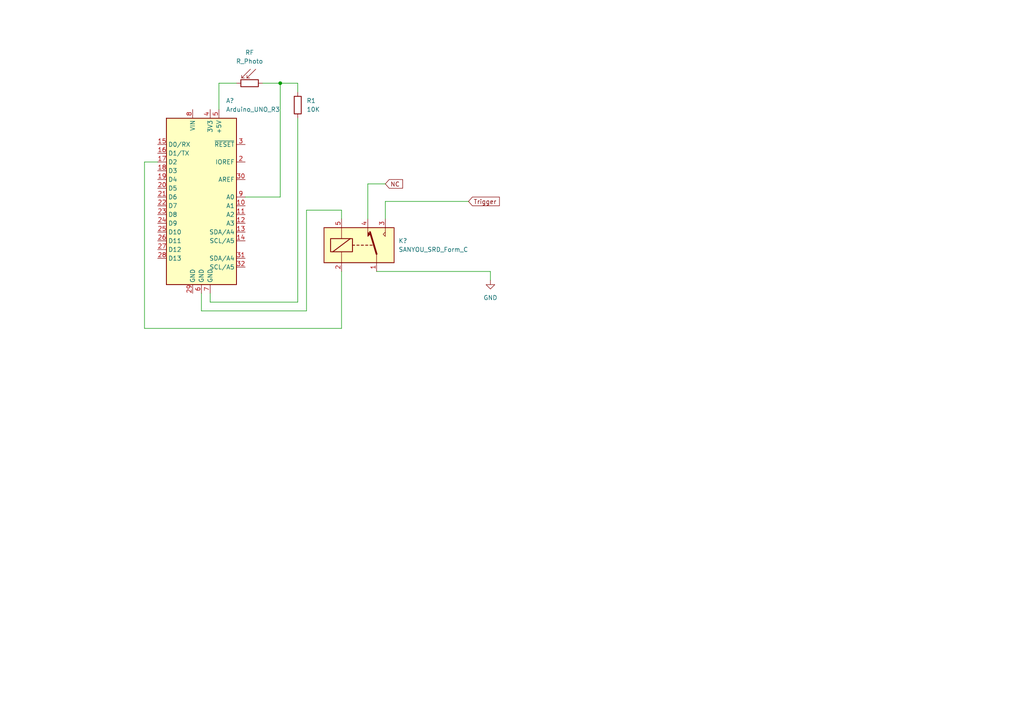
<source format=kicad_sch>
(kicad_sch (version 20211123) (generator eeschema)
  (paper "A4")
  (lib_symbols
    (symbol "Device:R" (pin_numbers hide) (pin_names (offset 0))
      (property "Reference" "R" (at 2.032 0 90))
      (property "Value" "R" (at 0 0 90))
      (symbol "R_0_1"
        (rectangle (start -1.016 -2.54) (end 1.016 2.54) (stroke (width 0.254)))
      )
      (symbol "R_1_1"
        (pin passive line (at 0 3.81 270) (length 1.27) (name "~") (number "1"))
        (pin passive line (at 0 -3.81 90) (length 1.27) (name "~") (number "2"))
      )
    )
    (symbol "Device:R_Photo" (pin_numbers hide) (pin_names (offset 0))
      (property "Reference" "R" (at 1.27 1.27 0))
      (property "Value" "R_Photo" (at 1.27 0 0))
      (symbol "R_Photo_0_1"
        (rectangle (start -1.016 2.54) (end 1.016 -2.54) (stroke (width 0.254)))
        (polyline (pts (xy -1.524 -2.286) (xy -4.064 0.254)))
        (polyline (pts (xy -1.524 -2.286) (xy -2.286 -2.286)))
        (polyline (pts (xy -1.524 -2.286) (xy -1.524 -1.524)))
        (polyline (pts (xy -1.524 -0.762) (xy -4.064 1.778)))
        (polyline (pts (xy -1.524 -0.762) (xy -2.286 -0.762)))
        (polyline (pts (xy -1.524 -0.762) (xy -1.524 0)))
      )
      (symbol "R_Photo_1_1"
        (pin passive line (at 0 3.81 270) (length 1.27) (name "~") (number "1"))
        (pin passive line (at 0 -3.81 90) (length 1.27) (name "~") (number "2"))
      )
    )
    (symbol "MCU_Module:Arduino_UNO_R3"
      (property "Reference" "A" (at -10.16 23.495 0))
      (property "Value" "Arduino_UNO_R3" (at 5.08 -26.67 0))
      (symbol "Arduino_UNO_R3_0_1"
        (rectangle (start -10.16 22.86) (end 10.16 -25.4) (stroke (width 0.254)) (fill (type background)))
      )
      (symbol "Arduino_UNO_R3_1_1"
        (pin no_connect line (at -10.16 -20.32 0) (length 2.54) hide (name "NC") (number "1"))
        (pin bidirectional line (at 12.7 -2.54 180) (length 2.54) (name "A1") (number "10"))
        (pin bidirectional line (at 12.7 -5.08 180) (length 2.54) (name "A2") (number "11"))
        (pin bidirectional line (at 12.7 -7.62 180) (length 2.54) (name "A3") (number "12"))
        (pin bidirectional line (at 12.7 -10.16 180) (length 2.54) (name "SDA/A4") (number "13"))
        (pin bidirectional line (at 12.7 -12.7 180) (length 2.54) (name "SCL/A5") (number "14"))
        (pin bidirectional line (at -12.7 15.24 0) (length 2.54) (name "D0/RX") (number "15"))
        (pin bidirectional line (at -12.7 12.7 0) (length 2.54) (name "D1/TX") (number "16"))
        (pin bidirectional line (at -12.7 10.16 0) (length 2.54) (name "D2") (number "17"))
        (pin bidirectional line (at -12.7 7.62 0) (length 2.54) (name "D3") (number "18"))
        (pin bidirectional line (at -12.7 5.08 0) (length 2.54) (name "D4") (number "19"))
        (pin output line (at 12.7 10.16 180) (length 2.54) (name "IOREF") (number "2"))
        (pin bidirectional line (at -12.7 2.54 0) (length 2.54) (name "D5") (number "20"))
        (pin bidirectional line (at -12.7 0 0) (length 2.54) (name "D6") (number "21"))
        (pin bidirectional line (at -12.7 -2.54 0) (length 2.54) (name "D7") (number "22"))
        (pin bidirectional line (at -12.7 -5.08 0) (length 2.54) (name "D8") (number "23"))
        (pin bidirectional line (at -12.7 -7.62 0) (length 2.54) (name "D9") (number "24"))
        (pin bidirectional line (at -12.7 -10.16 0) (length 2.54) (name "D10") (number "25"))
        (pin bidirectional line (at -12.7 -12.7 0) (length 2.54) (name "D11") (number "26"))
        (pin bidirectional line (at -12.7 -15.24 0) (length 2.54) (name "D12") (number "27"))
        (pin bidirectional line (at -12.7 -17.78 0) (length 2.54) (name "D13") (number "28"))
        (pin power_in line (at -2.54 -27.94 90) (length 2.54) (name "GND") (number "29"))
        (pin input line (at 12.7 15.24 180) (length 2.54) (name "~{RESET}") (number "3"))
        (pin input line (at 12.7 5.08 180) (length 2.54) (name "AREF") (number "30"))
        (pin bidirectional line (at 12.7 -17.78 180) (length 2.54) (name "SDA/A4") (number "31"))
        (pin bidirectional line (at 12.7 -20.32 180) (length 2.54) (name "SCL/A5") (number "32"))
        (pin power_out line (at 2.54 25.4 270) (length 2.54) (name "3V3") (number "4"))
        (pin power_out line (at 5.08 25.4 270) (length 2.54) (name "+5V") (number "5"))
        (pin power_in line (at 0 -27.94 90) (length 2.54) (name "GND") (number "6"))
        (pin power_in line (at 2.54 -27.94 90) (length 2.54) (name "GND") (number "7"))
        (pin power_in line (at -2.54 25.4 270) (length 2.54) (name "VIN") (number "8"))
        (pin bidirectional line (at 12.7 0 180) (length 2.54) (name "A0") (number "9"))
      )
    )
    (symbol "Relay:SANYOU_SRD_Form_C"
      (property "Reference" "K" (at 11.43 3.81 0))
      (property "Value" "SANYOU_SRD_Form_C" (at 11.43 1.27 0))
      (symbol "SANYOU_SRD_Form_C_0_0"
        (polyline (pts (xy 7.62 5.08) (xy 7.62 2.54) (xy 6.985 3.175) (xy 7.62 3.81)))
      )
      (symbol "SANYOU_SRD_Form_C_0_1"
        (rectangle (start -10.16 5.08) (end 10.16 -5.08) (stroke (width 0.254)) (fill (type background)))
        (rectangle (start -8.255 1.905) (end -1.905 -1.905) (stroke (width 0.254)))
        (polyline (pts (xy -7.62 -1.905) (xy -2.54 1.905)) (stroke (width 0.254)))
        (polyline (pts (xy -5.08 -5.08) (xy -5.08 -1.905)))
        (polyline (pts (xy -5.08 5.08) (xy -5.08 1.905)))
        (polyline (pts (xy -1.905 0) (xy -1.27 0)) (stroke (width 0.254)))
        (polyline (pts (xy -0.635 0) (xy 0 0)) (stroke (width 0.254)))
        (polyline (pts (xy 0.635 0) (xy 1.27 0)) (stroke (width 0.254)))
        (polyline (pts (xy 1.905 0) (xy 2.54 0)) (stroke (width 0.254)))
        (polyline (pts (xy 3.175 0) (xy 3.81 0)) (stroke (width 0.254)))
        (polyline (pts (xy 5.08 -2.54) (xy 3.175 3.81)) (stroke (width 0.508)))
        (polyline (pts (xy 5.08 -2.54) (xy 5.08 -5.08)))
      )
      (symbol "SANYOU_SRD_Form_C_1_1"
        (polyline (pts (xy 2.54 3.81) (xy 3.175 3.175) (xy 2.54 2.54) (xy 2.54 5.08)) (fill (type outline)))
        (pin passive line (at 5.08 -7.62 90) (length 2.54) (name "~") (number "1"))
        (pin passive line (at -5.08 -7.62 90) (length 2.54) (name "~") (number "2"))
        (pin passive line (at 7.62 7.62 270) (length 2.54) (name "~") (number "3"))
        (pin passive line (at 2.54 7.62 270) (length 2.54) (name "~") (number "4"))
        (pin passive line (at -5.08 7.62 270) (length 2.54) (name "~") (number "5"))
      )
    )
    (symbol "power:GND" (power) (pin_names (offset 0))
      (property "Value" "GND" (at 0 -3.81 0))
      (symbol "GND_0_1"
        (polyline (pts (xy 0 0) (xy 0 -1.27) (xy 1.27 -1.27) (xy 0 -2.54) (xy -1.27 -1.27) (xy 0 -1.27)))
      )
      (symbol "GND_1_1"
        (pin power_in line (at 0 0 270) (length 0) hide (name "GND") (number "1"))
      )
    )
  )
  (junction (at 81.28 24.13))
  (wire (pts (xy 109.22 78.74) (xy 142.24 78.74)))
  (wire (pts (xy 76.2 24.13) (xy 81.28 24.13)))
  (wire (pts (xy 106.68 63.5) (xy 106.68 53.34)))
  (wire (pts (xy 41.91 46.99) (xy 41.91 95.25)))
  (wire (pts (xy 111.76 58.42) (xy 135.89 58.42)))
  (wire (pts (xy 41.91 95.25) (xy 99.06 95.25)))
  (wire (pts (xy 63.5 24.13) (xy 63.5 31.75)))
  (wire (pts (xy 60.96 85.09) (xy 60.96 87.63)))
  (wire (pts (xy 81.28 24.13) (xy 81.28 57.15)))
  (wire (pts (xy 86.36 24.13) (xy 86.36 26.67)))
  (wire (pts (xy 88.9 60.96) (xy 99.06 60.96)))
  (wire (pts (xy 68.58 24.13) (xy 63.5 24.13)))
  (wire (pts (xy 106.68 53.34) (xy 111.76 53.34)))
  (wire (pts (xy 81.28 57.15) (xy 71.12 57.15)))
  (wire (pts (xy 99.06 60.96) (xy 99.06 63.5)))
  (wire (pts (xy 86.36 87.63) (xy 60.96 87.63)))
  (wire (pts (xy 88.9 90.17) (xy 88.9 60.96)))
  (wire (pts (xy 99.06 78.74) (xy 99.06 95.25)))
  (wire (pts (xy 86.36 34.29) (xy 86.36 87.63)))
  (wire (pts (xy 58.42 90.17) (xy 88.9 90.17)))
  (wire (pts (xy 111.76 63.5) (xy 111.76 58.42)))
  (wire (pts (xy 142.24 78.74) (xy 142.24 81.28)))
  (wire (pts (xy 45.72 46.99) (xy 41.91 46.99)))
  (wire (pts (xy 58.42 85.09) (xy 58.42 90.17)))
  (wire (pts (xy 86.36 24.13) (xy 81.28 24.13)))
  (global_label "Trigger" (shape input) (at 135.89 58.42 0) (property "Referências entre as folhas" "${INTERSHEET_REFS}" (effects hide)))
  (global_label "NC" (shape input) (at 111.76 53.34 0) (property "Referências entre as folhas" "${INTERSHEET_REFS}" (effects hide)))
  (symbol (lib_id "Device:R_Photo") (at 72.39 24.13 270) (unit 1)
    (property "Reference" "RF" (at 72.39 15.24 90))
    (property "Value" "R_Photo" (at 72.39 17.78 90))
  )
  (symbol (lib_id "Device:R") (at 86.36 30.48 0) (unit 1)
    (property "Reference" "R1" (at 88.9 29.2099 0) (effects (justify left)))
    (property "Value" "10K" (at 88.9 31.7499 0) (effects (justify left)))
  )
  (symbol (lib_id "MCU_Module:Arduino_UNO_R3") (at 58.42 57.15 0) (unit 1)
    (property "Reference" "A?" (at 65.5194 29.21 0) (effects (justify left)))
    (property "Value" "Arduino_UNO_R3" (at 65.5194 31.75 0) (effects (justify left)))
    (property "Footprint" "Module:Arduino_UNO_R3" (effects hide))
    (property "Datasheet" "https://www.arduino.cc/en/Main/arduinoBoardUno" (effects hide))
  )
  (symbol (lib_id "Relay:SANYOU_SRD_Form_C") (at 104.14 71.12 0) (unit 1)
    (property "Reference" "K?" (at 115.57 69.8499 0) (effects (justify left)))
    (property "Value" "SANYOU_SRD_Form_C" (at 115.57 72.3899 0) (effects (justify left)))
    (property "Footprint" "Relay_THT:Relay_SPDT_SANYOU_SRD_Series_Form_C" (effects hide))
    (property "Datasheet" "http://www.sanyourelay.ca/public/products/pdf/SRD.pdf" (effects hide))
  )
  (symbol (lib_id "power:GND") (at 142.24 81.28 0) (unit 1)
    (property "Reference" "#PWR?" (effects hide))
    (property "Value" "GND" (at 142.24 86.36 0))
  )
)
</source>
